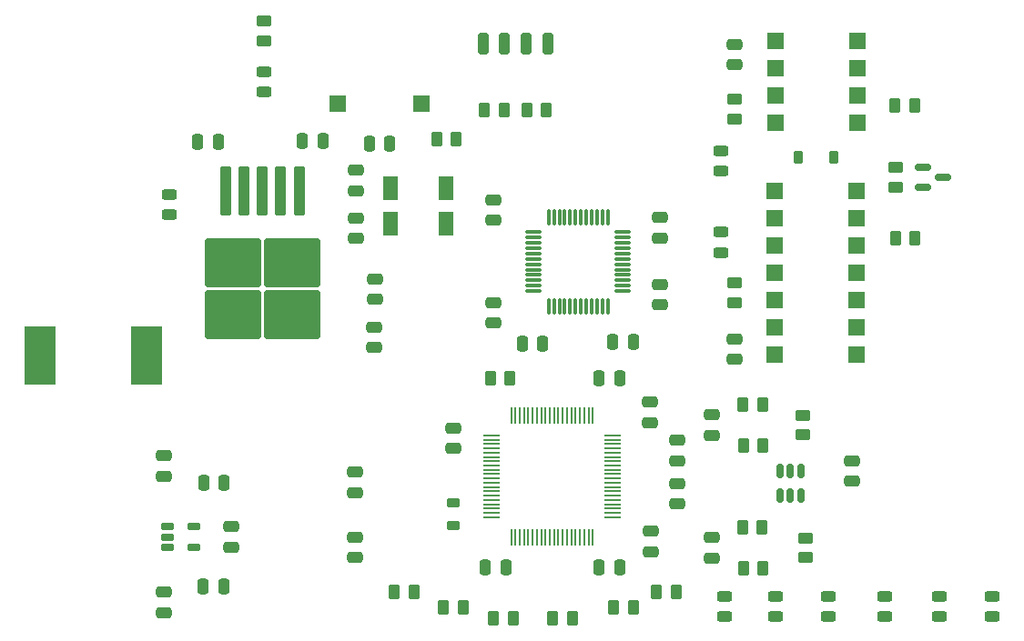
<source format=gbr>
%TF.GenerationSoftware,KiCad,Pcbnew,7.0.10*%
%TF.CreationDate,2024-03-15T07:12:17+07:00*%
%TF.ProjectId,Oxygen Monitoring,4f787967-656e-4204-9d6f-6e69746f7269,rev?*%
%TF.SameCoordinates,Original*%
%TF.FileFunction,Paste,Top*%
%TF.FilePolarity,Positive*%
%FSLAX46Y46*%
G04 Gerber Fmt 4.6, Leading zero omitted, Abs format (unit mm)*
G04 Created by KiCad (PCBNEW 7.0.10) date 2024-03-15 07:12:17*
%MOMM*%
%LPD*%
G01*
G04 APERTURE LIST*
G04 Aperture macros list*
%AMRoundRect*
0 Rectangle with rounded corners*
0 $1 Rounding radius*
0 $2 $3 $4 $5 $6 $7 $8 $9 X,Y pos of 4 corners*
0 Add a 4 corners polygon primitive as box body*
4,1,4,$2,$3,$4,$5,$6,$7,$8,$9,$2,$3,0*
0 Add four circle primitives for the rounded corners*
1,1,$1+$1,$2,$3*
1,1,$1+$1,$4,$5*
1,1,$1+$1,$6,$7*
1,1,$1+$1,$8,$9*
0 Add four rect primitives between the rounded corners*
20,1,$1+$1,$2,$3,$4,$5,0*
20,1,$1+$1,$4,$5,$6,$7,0*
20,1,$1+$1,$6,$7,$8,$9,0*
20,1,$1+$1,$8,$9,$2,$3,0*%
G04 Aperture macros list end*
%ADD10RoundRect,0.250000X0.250000X0.475000X-0.250000X0.475000X-0.250000X-0.475000X0.250000X-0.475000X0*%
%ADD11RoundRect,0.243750X0.456250X-0.243750X0.456250X0.243750X-0.456250X0.243750X-0.456250X-0.243750X0*%
%ADD12RoundRect,0.250000X0.450000X-0.262500X0.450000X0.262500X-0.450000X0.262500X-0.450000X-0.262500X0*%
%ADD13RoundRect,0.250000X0.475000X-0.250000X0.475000X0.250000X-0.475000X0.250000X-0.475000X-0.250000X0*%
%ADD14RoundRect,0.250000X0.262500X0.450000X-0.262500X0.450000X-0.262500X-0.450000X0.262500X-0.450000X0*%
%ADD15RoundRect,0.046900X-0.538100X0.288100X-0.538100X-0.288100X0.538100X-0.288100X0.538100X0.288100X0*%
%ADD16RoundRect,0.250000X-0.262500X-0.450000X0.262500X-0.450000X0.262500X0.450000X-0.262500X0.450000X0*%
%ADD17RoundRect,0.075000X-0.662500X-0.075000X0.662500X-0.075000X0.662500X0.075000X-0.662500X0.075000X0*%
%ADD18RoundRect,0.075000X-0.075000X-0.662500X0.075000X-0.662500X0.075000X0.662500X-0.075000X0.662500X0*%
%ADD19RoundRect,0.243750X-0.456250X0.243750X-0.456250X-0.243750X0.456250X-0.243750X0.456250X0.243750X0*%
%ADD20RoundRect,0.250000X-0.475000X0.250000X-0.475000X-0.250000X0.475000X-0.250000X0.475000X0.250000X0*%
%ADD21RoundRect,0.250000X0.250000X0.750000X-0.250000X0.750000X-0.250000X-0.750000X0.250000X-0.750000X0*%
%ADD22RoundRect,0.218750X0.381250X-0.218750X0.381250X0.218750X-0.381250X0.218750X-0.381250X-0.218750X0*%
%ADD23R,1.600000X1.600000*%
%ADD24RoundRect,0.150000X0.150000X-0.512500X0.150000X0.512500X-0.150000X0.512500X-0.150000X-0.512500X0*%
%ADD25RoundRect,0.150000X-0.587500X-0.150000X0.587500X-0.150000X0.587500X0.150000X-0.587500X0.150000X0*%
%ADD26R,2.900000X5.400000*%
%ADD27R,1.320000X2.250000*%
%ADD28R,1.500000X1.500000*%
%ADD29RoundRect,0.250000X-0.450000X0.262500X-0.450000X-0.262500X0.450000X-0.262500X0.450000X0.262500X0*%
%ADD30RoundRect,0.250000X-0.250000X-0.475000X0.250000X-0.475000X0.250000X0.475000X-0.250000X0.475000X0*%
%ADD31RoundRect,0.250000X-0.300000X2.050000X-0.300000X-2.050000X0.300000X-2.050000X0.300000X2.050000X0*%
%ADD32RoundRect,0.250000X-2.375000X2.025000X-2.375000X-2.025000X2.375000X-2.025000X2.375000X2.025000X0*%
%ADD33RoundRect,0.225000X0.225000X0.375000X-0.225000X0.375000X-0.225000X-0.375000X0.225000X-0.375000X0*%
%ADD34RoundRect,0.062500X0.675000X0.062500X-0.675000X0.062500X-0.675000X-0.062500X0.675000X-0.062500X0*%
%ADD35RoundRect,0.062500X0.062500X0.675000X-0.062500X0.675000X-0.062500X-0.675000X0.062500X-0.675000X0*%
G04 APERTURE END LIST*
D10*
%TO.C,C35*%
X101280000Y-77978000D03*
X99380000Y-77978000D03*
%TD*%
D11*
%TO.C,D13*%
X111050700Y-82623900D03*
X111050700Y-80748900D03*
%TD*%
D12*
%TO.C,R14*%
X126949200Y-42619300D03*
X126949200Y-40794300D03*
%TD*%
D13*
%TO.C,C5*%
X58862000Y-82230000D03*
X58862000Y-80330000D03*
%TD*%
D14*
%TO.C,R15*%
X91082500Y-60389151D03*
X89257500Y-60389151D03*
%TD*%
D15*
%TO.C,U2*%
X59232000Y-74244000D03*
X59232000Y-75184000D03*
X59232000Y-76124000D03*
X61672000Y-76124000D03*
X61672000Y-74244000D03*
%TD*%
D16*
%TO.C,R28*%
X112701700Y-74269600D03*
X114526700Y-74269600D03*
%TD*%
D17*
%TO.C,U3*%
X93275000Y-46792000D03*
X93275000Y-47292000D03*
X93275000Y-47792000D03*
X93275000Y-48292000D03*
X93275000Y-48792000D03*
X93275000Y-49292000D03*
X93275000Y-49792000D03*
X93275000Y-50292000D03*
X93275000Y-50792000D03*
X93275000Y-51292000D03*
X93275000Y-51792000D03*
X93275000Y-52292000D03*
D18*
X94687500Y-53704500D03*
X95187500Y-53704500D03*
X95687500Y-53704500D03*
X96187500Y-53704500D03*
X96687500Y-53704500D03*
X97187500Y-53704500D03*
X97687500Y-53704500D03*
X98187500Y-53704500D03*
X98687500Y-53704500D03*
X99187500Y-53704500D03*
X99687500Y-53704500D03*
X100187500Y-53704500D03*
D17*
X101600000Y-52292000D03*
X101600000Y-51792000D03*
X101600000Y-51292000D03*
X101600000Y-50792000D03*
X101600000Y-50292000D03*
X101600000Y-49792000D03*
X101600000Y-49292000D03*
X101600000Y-48792000D03*
X101600000Y-48292000D03*
X101600000Y-47792000D03*
X101600000Y-47292000D03*
X101600000Y-46792000D03*
D18*
X100187500Y-45379500D03*
X99687500Y-45379500D03*
X99187500Y-45379500D03*
X98687500Y-45379500D03*
X98187500Y-45379500D03*
X97687500Y-45379500D03*
X97187500Y-45379500D03*
X96687500Y-45379500D03*
X96187500Y-45379500D03*
X95687500Y-45379500D03*
X95187500Y-45379500D03*
X94687500Y-45379500D03*
%TD*%
D10*
%TO.C,C10*%
X79900000Y-38600000D03*
X78000000Y-38600000D03*
%TD*%
D14*
%TO.C,R12*%
X128725300Y-35001200D03*
X126900300Y-35001200D03*
%TD*%
D13*
%TO.C,C23*%
X111967000Y-31188000D03*
X111967000Y-29288000D03*
%TD*%
D19*
%TO.C,D5*%
X110750000Y-46812500D03*
X110750000Y-48687500D03*
%TD*%
D20*
%TO.C,C13*%
X76768000Y-41056000D03*
X76768000Y-42956000D03*
%TD*%
D13*
%TO.C,C44*%
X109880400Y-65720000D03*
X109880400Y-63820000D03*
%TD*%
D21*
%TO.C,TP1*%
X94610000Y-29250000D03*
%TD*%
D11*
%TO.C,D9*%
X131013200Y-82623900D03*
X131013200Y-80748900D03*
%TD*%
D16*
%TO.C,R2*%
X84287500Y-38150000D03*
X86112500Y-38150000D03*
%TD*%
D20*
%TO.C,C21*%
X105057500Y-45450000D03*
X105057500Y-47350000D03*
%TD*%
D22*
%TO.C,L2*%
X85852000Y-74151651D03*
X85852000Y-72026651D03*
%TD*%
D23*
%TO.C,U4*%
X115722400Y-42976800D03*
X115722400Y-45516800D03*
X115722400Y-48056800D03*
X115722400Y-50596800D03*
X115722400Y-53136800D03*
X115722400Y-55676800D03*
X115722400Y-58216800D03*
X123342400Y-58216800D03*
X123342400Y-55676800D03*
X123342400Y-53136800D03*
X123342400Y-50596800D03*
X123342400Y-48056800D03*
X123342400Y-45516800D03*
X123342400Y-42976800D03*
%TD*%
D24*
%TO.C,U7*%
X116220200Y-71343100D03*
X117170200Y-71343100D03*
X118120200Y-71343100D03*
X118120200Y-69068100D03*
X117170200Y-69068100D03*
X116220200Y-69068100D03*
%TD*%
D10*
%TO.C,C40*%
X101280000Y-60389151D03*
X99380000Y-60389151D03*
%TD*%
D19*
%TO.C,D4*%
X110750000Y-39212500D03*
X110750000Y-41087500D03*
%TD*%
D20*
%TO.C,C29*%
X76708000Y-75206000D03*
X76708000Y-77106000D03*
%TD*%
D13*
%TO.C,C18*%
X105057500Y-53540000D03*
X105057500Y-51640000D03*
%TD*%
D25*
%TO.C,D7*%
X129489200Y-40741600D03*
X129489200Y-42641600D03*
X131364200Y-41691600D03*
%TD*%
D13*
%TO.C,C37*%
X104140000Y-64516000D03*
X104140000Y-62616000D03*
%TD*%
%TO.C,C38*%
X85852000Y-66927151D03*
X85852000Y-65027151D03*
%TD*%
D10*
%TO.C,C20*%
X102550000Y-57050000D03*
X100650000Y-57050000D03*
%TD*%
D26*
%TO.C,L1*%
X47374000Y-58282651D03*
X57274000Y-58282651D03*
%TD*%
D21*
%TO.C,TP2*%
X92610000Y-29250000D03*
%TD*%
D27*
%TO.C,Y2*%
X85150000Y-42725000D03*
X79950000Y-42725000D03*
X79950000Y-45975000D03*
X85150000Y-45975000D03*
%TD*%
D14*
%TO.C,R20*%
X86714500Y-81750000D03*
X84889500Y-81750000D03*
%TD*%
D11*
%TO.C,D10*%
X125933200Y-82623900D03*
X125933200Y-80748900D03*
%TD*%
%TO.C,D8*%
X135942700Y-82623900D03*
X135942700Y-80748900D03*
%TD*%
D14*
%TO.C,R19*%
X82142500Y-80268000D03*
X80317500Y-80268000D03*
%TD*%
D28*
%TO.C,SW1*%
X75050000Y-34850000D03*
X82850000Y-34850000D03*
%TD*%
D20*
%TO.C,C6*%
X58928000Y-67630000D03*
X58928000Y-69530000D03*
%TD*%
D16*
%TO.C,R30*%
X112752500Y-62865000D03*
X114577500Y-62865000D03*
%TD*%
%TO.C,R22*%
X95087500Y-82750000D03*
X96912500Y-82750000D03*
%TD*%
D20*
%TO.C,C11*%
X78500000Y-51150000D03*
X78500000Y-53050000D03*
%TD*%
D11*
%TO.C,D11*%
X120702700Y-82623900D03*
X120702700Y-80748900D03*
%TD*%
D19*
%TO.C,D2*%
X59436000Y-43258500D03*
X59436000Y-45133500D03*
%TD*%
D11*
%TO.C,D12*%
X115798200Y-82623900D03*
X115798200Y-80748900D03*
%TD*%
D16*
%TO.C,R13*%
X126951100Y-47345600D03*
X128776100Y-47345600D03*
%TD*%
D29*
%TO.C,R8*%
X112000000Y-51537500D03*
X112000000Y-53362500D03*
%TD*%
D20*
%TO.C,C42*%
X104175000Y-74650000D03*
X104175000Y-76550000D03*
%TD*%
D23*
%TO.C,U5*%
X115777000Y-28968000D03*
X115777000Y-31508000D03*
X115777000Y-34048000D03*
X115777000Y-36588000D03*
X123397000Y-36588000D03*
X123397000Y-34048000D03*
X123397000Y-31508000D03*
X123397000Y-28968000D03*
%TD*%
D10*
%TO.C,C4*%
X63942000Y-38367151D03*
X62042000Y-38367151D03*
%TD*%
D21*
%TO.C,TP4*%
X88610000Y-29250000D03*
%TD*%
D14*
%TO.C,R34*%
X90562500Y-35450000D03*
X88737500Y-35450000D03*
%TD*%
D29*
%TO.C,R3*%
X68200000Y-27137500D03*
X68200000Y-28962500D03*
%TD*%
D30*
%TO.C,C34*%
X88800000Y-78000000D03*
X90700000Y-78000000D03*
%TD*%
D12*
%TO.C,R11*%
X111967000Y-36230500D03*
X111967000Y-34405500D03*
%TD*%
D20*
%TO.C,C16*%
X89550150Y-53340000D03*
X89550150Y-55240000D03*
%TD*%
D19*
%TO.C,D3*%
X68200000Y-31862500D03*
X68200000Y-33737500D03*
%TD*%
D12*
%TO.C,R32*%
X118289700Y-65682500D03*
X118289700Y-63857500D03*
%TD*%
D13*
%TO.C,C14*%
X76768000Y-47396000D03*
X76768000Y-45496000D03*
%TD*%
%TO.C,C30*%
X76708000Y-71054000D03*
X76708000Y-69154000D03*
%TD*%
D10*
%TO.C,C9*%
X64450000Y-79756000D03*
X62550000Y-79756000D03*
%TD*%
D16*
%TO.C,R31*%
X112805200Y-66649600D03*
X114630200Y-66649600D03*
%TD*%
D13*
%TO.C,C26*%
X112000000Y-58650000D03*
X112000000Y-56750000D03*
%TD*%
D31*
%TO.C,U1*%
X71472000Y-42939151D03*
X69772000Y-42939151D03*
X68072000Y-42939151D03*
D32*
X70847000Y-49664151D03*
X65297000Y-49664151D03*
X70847000Y-54514151D03*
X65297000Y-54514151D03*
D31*
X66372000Y-42939151D03*
X64672000Y-42939151D03*
%TD*%
D12*
%TO.C,R29*%
X118590700Y-77112500D03*
X118590700Y-75287500D03*
%TD*%
D16*
%TO.C,R24*%
X104701500Y-80268000D03*
X106526500Y-80268000D03*
%TD*%
D20*
%TO.C,C19*%
X89560400Y-43769200D03*
X89560400Y-45669200D03*
%TD*%
D16*
%TO.C,R23*%
X100737500Y-81700000D03*
X102562500Y-81700000D03*
%TD*%
D33*
%TO.C,D6*%
X121182400Y-39827200D03*
X117882400Y-39827200D03*
%TD*%
D20*
%TO.C,C45*%
X122936000Y-68072000D03*
X122936000Y-69972000D03*
%TD*%
D30*
%TO.C,C8*%
X62616000Y-70104000D03*
X64516000Y-70104000D03*
%TD*%
D13*
%TO.C,C12*%
X78486000Y-57550000D03*
X78486000Y-55650000D03*
%TD*%
%TO.C,C39*%
X106650000Y-68072000D03*
X106650000Y-66172000D03*
%TD*%
D30*
%TO.C,C2*%
X71800000Y-38300000D03*
X73700000Y-38300000D03*
%TD*%
D21*
%TO.C,TP3*%
X90550000Y-29250000D03*
%TD*%
D14*
%TO.C,R21*%
X91390000Y-82750000D03*
X89565000Y-82750000D03*
%TD*%
D30*
%TO.C,C17*%
X92217200Y-57150000D03*
X94117200Y-57150000D03*
%TD*%
D13*
%TO.C,C36*%
X106680000Y-72120800D03*
X106680000Y-70220800D03*
%TD*%
%TO.C,C43*%
X109831500Y-77150000D03*
X109831500Y-75250000D03*
%TD*%
D16*
%TO.C,R27*%
X112805200Y-78105000D03*
X114630200Y-78105000D03*
%TD*%
%TO.C,R33*%
X92637500Y-35450000D03*
X94462500Y-35450000D03*
%TD*%
D34*
%TO.C,U6*%
X100658500Y-73333151D03*
X100658500Y-72933151D03*
X100658500Y-72533151D03*
X100658500Y-72133151D03*
X100658500Y-71733151D03*
X100658500Y-71333151D03*
X100658500Y-70933151D03*
X100658500Y-70533151D03*
X100658500Y-70133151D03*
X100658500Y-69733151D03*
X100658500Y-69333151D03*
X100658500Y-68933151D03*
X100658500Y-68533151D03*
X100658500Y-68133151D03*
X100658500Y-67733151D03*
X100658500Y-67333151D03*
X100658500Y-66933151D03*
X100658500Y-66533151D03*
X100658500Y-66133151D03*
X100658500Y-65733151D03*
D35*
X98796000Y-63870651D03*
X98396000Y-63870651D03*
X97996000Y-63870651D03*
X97596000Y-63870651D03*
X97196000Y-63870651D03*
X96796000Y-63870651D03*
X96396000Y-63870651D03*
X95996000Y-63870651D03*
X95596000Y-63870651D03*
X95196000Y-63870651D03*
X94796000Y-63870651D03*
X94396000Y-63870651D03*
X93996000Y-63870651D03*
X93596000Y-63870651D03*
X93196000Y-63870651D03*
X92796000Y-63870651D03*
X92396000Y-63870651D03*
X91996000Y-63870651D03*
X91596000Y-63870651D03*
X91196000Y-63870651D03*
D34*
X89333500Y-65733151D03*
X89333500Y-66133151D03*
X89333500Y-66533151D03*
X89333500Y-66933151D03*
X89333500Y-67333151D03*
X89333500Y-67733151D03*
X89333500Y-68133151D03*
X89333500Y-68533151D03*
X89333500Y-68933151D03*
X89333500Y-69333151D03*
X89333500Y-69733151D03*
X89333500Y-70133151D03*
X89333500Y-70533151D03*
X89333500Y-70933151D03*
X89333500Y-71333151D03*
X89333500Y-71733151D03*
X89333500Y-72133151D03*
X89333500Y-72533151D03*
X89333500Y-72933151D03*
X89333500Y-73333151D03*
D35*
X91196000Y-75195651D03*
X91596000Y-75195651D03*
X91996000Y-75195651D03*
X92396000Y-75195651D03*
X92796000Y-75195651D03*
X93196000Y-75195651D03*
X93596000Y-75195651D03*
X93996000Y-75195651D03*
X94396000Y-75195651D03*
X94796000Y-75195651D03*
X95196000Y-75195651D03*
X95596000Y-75195651D03*
X95996000Y-75195651D03*
X96396000Y-75195651D03*
X96796000Y-75195651D03*
X97196000Y-75195651D03*
X97596000Y-75195651D03*
X97996000Y-75195651D03*
X98396000Y-75195651D03*
X98796000Y-75195651D03*
%TD*%
D20*
%TO.C,C7*%
X65125600Y-74234000D03*
X65125600Y-76134000D03*
%TD*%
M02*

</source>
